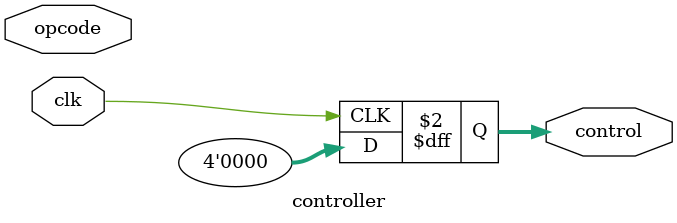
<source format=v>
module controller(opcode, control, clk);
	input clk;	
	input [5:0] opcode;
	
	output [3:0] control;	
	reg [3:0] control;
	
	always @(posedge clk)
	begin
		case(opcode)
			//Fill this out
			default : 	control <= 4'b0000;
		endcase
	end
endmodule

</source>
